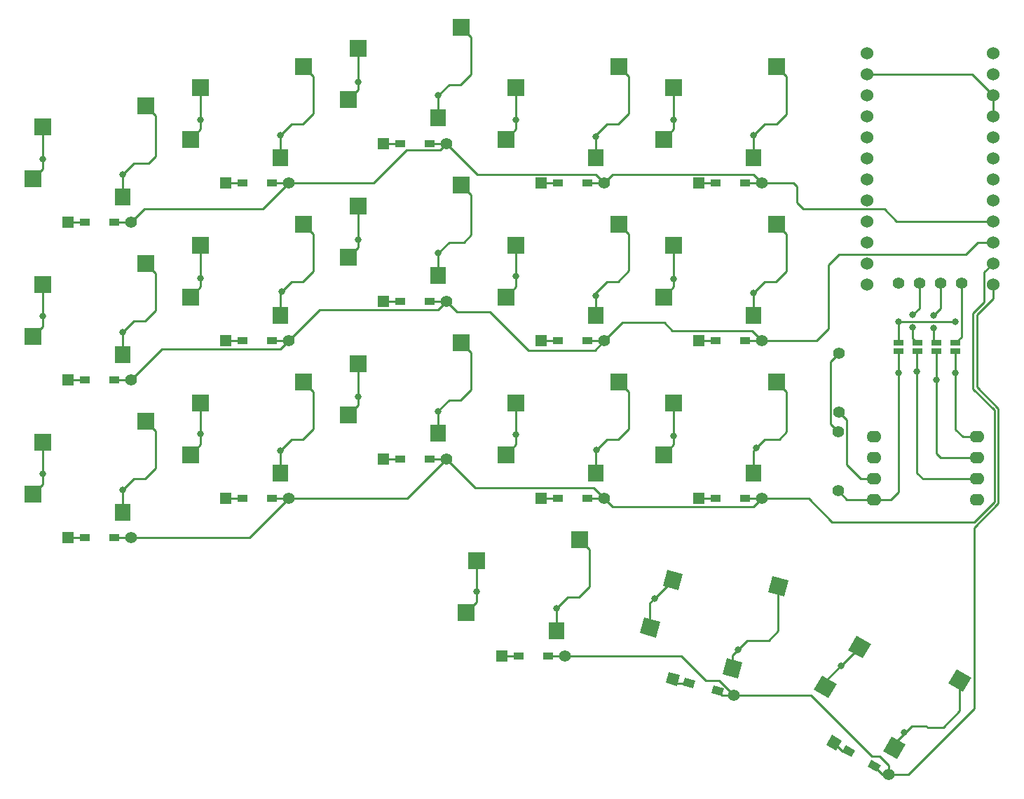
<source format=gbl>
G04 #@! TF.GenerationSoftware,KiCad,Pcbnew,(5.1.6-0-10_14)*
G04 #@! TF.CreationDate,2022-12-04T16:17:31+09:00*
G04 #@! TF.ProjectId,cool536_az-core,636f6f6c-3533-4365-9f61-7a2d636f7265,rev?*
G04 #@! TF.SameCoordinates,Original*
G04 #@! TF.FileFunction,Copper,L2,Bot*
G04 #@! TF.FilePolarity,Positive*
%FSLAX46Y46*%
G04 Gerber Fmt 4.6, Leading zero omitted, Abs format (unit mm)*
G04 Created by KiCad (PCBNEW (5.1.6-0-10_14)) date 2022-12-04 16:17:31*
%MOMM*%
%LPD*%
G01*
G04 APERTURE LIST*
G04 #@! TA.AperFunction,ComponentPad*
%ADD10O,1.778000X1.397000*%
G04 #@! TD*
G04 #@! TA.AperFunction,SMDPad,CuDef*
%ADD11R,1.300000X0.950000*%
G04 #@! TD*
G04 #@! TA.AperFunction,ComponentPad*
%ADD12R,1.397000X1.397000*%
G04 #@! TD*
G04 #@! TA.AperFunction,ComponentPad*
%ADD13C,1.397000*%
G04 #@! TD*
G04 #@! TA.AperFunction,SMDPad,CuDef*
%ADD14C,0.100000*%
G04 #@! TD*
G04 #@! TA.AperFunction,ComponentPad*
%ADD15C,0.100000*%
G04 #@! TD*
G04 #@! TA.AperFunction,SMDPad,CuDef*
%ADD16R,2.000000X2.000000*%
G04 #@! TD*
G04 #@! TA.AperFunction,SMDPad,CuDef*
%ADD17R,1.900000X2.000000*%
G04 #@! TD*
G04 #@! TA.AperFunction,SMDPad,CuDef*
%ADD18R,1.143000X0.635000*%
G04 #@! TD*
G04 #@! TA.AperFunction,ComponentPad*
%ADD19C,1.524000*%
G04 #@! TD*
G04 #@! TA.AperFunction,ViaPad*
%ADD20C,0.800000*%
G04 #@! TD*
G04 #@! TA.AperFunction,Conductor*
%ADD21C,0.250000*%
G04 #@! TD*
G04 APERTURE END LIST*
D10*
X93560000Y-44384000D03*
X93560000Y-46924000D03*
X93560000Y-49464000D03*
X93560000Y-52004000D03*
X106006000Y-46924000D03*
X106006000Y-49464000D03*
X106006000Y-52004000D03*
X106006000Y-44384000D03*
D11*
X-1775000Y-18525000D03*
D12*
X-3810000Y-18525000D03*
D13*
X3810000Y-18525000D03*
D11*
X1775000Y-18525000D03*
X17275000Y-13762499D03*
D12*
X15240000Y-13762499D03*
D13*
X22860000Y-13762499D03*
D11*
X20825000Y-13762499D03*
X39875000Y-9000000D03*
D13*
X41910000Y-9000000D03*
D12*
X34290000Y-9000000D03*
D11*
X36325000Y-9000000D03*
X58925000Y-13762499D03*
D13*
X60960000Y-13762499D03*
D12*
X53340000Y-13762499D03*
D11*
X55375000Y-13762499D03*
X74425000Y-13762499D03*
D12*
X72390000Y-13762499D03*
D13*
X80010000Y-13762499D03*
D11*
X77975000Y-13762499D03*
X1775000Y-37575000D03*
D13*
X3810000Y-37575000D03*
D12*
X-3810000Y-37575000D03*
D11*
X-1775000Y-37575000D03*
X20825000Y-32812500D03*
D13*
X22860000Y-32812500D03*
D12*
X15240000Y-32812500D03*
D11*
X17275000Y-32812500D03*
X39875000Y-28050000D03*
D13*
X41910000Y-28050000D03*
D12*
X34290000Y-28050000D03*
D11*
X36325000Y-28050000D03*
X58925000Y-32812500D03*
D13*
X60960000Y-32812500D03*
D12*
X53340000Y-32812500D03*
D11*
X55375000Y-32812500D03*
X74425000Y-32812500D03*
D12*
X72390000Y-32812500D03*
D13*
X80010000Y-32812500D03*
D11*
X77975000Y-32812500D03*
X1775000Y-56625000D03*
D13*
X3810000Y-56625000D03*
D12*
X-3810000Y-56625000D03*
D11*
X-1775000Y-56625000D03*
X20825000Y-51862500D03*
D13*
X22860000Y-51862500D03*
D12*
X15240000Y-51862500D03*
D11*
X17275000Y-51862500D03*
X36325000Y-47100000D03*
D12*
X34290000Y-47100000D03*
D13*
X41910000Y-47100000D03*
D11*
X39875000Y-47100000D03*
X55375000Y-51862500D03*
D12*
X53340000Y-51862500D03*
D13*
X60960000Y-51862500D03*
D11*
X58925000Y-51862500D03*
X74425000Y-51862500D03*
D12*
X72390000Y-51862500D03*
D13*
X80010000Y-51862500D03*
D11*
X77975000Y-51862500D03*
X54162500Y-70912500D03*
D13*
X56197500Y-70912500D03*
D12*
X48577500Y-70912500D03*
D11*
X50612500Y-70912500D03*
G04 #@! TA.AperFunction,SMDPad,CuDef*
D14*
G36*
X70447396Y-74477497D02*
G01*
X70693274Y-73559868D01*
X71948978Y-73896333D01*
X71703100Y-74813962D01*
X70447396Y-74477497D01*
G37*
G04 #@! TD.AperFunction*
G04 #@! TA.AperFunction,ComponentPad*
D15*
G36*
X68377044Y-74154132D02*
G01*
X68738614Y-72804734D01*
X70088012Y-73166304D01*
X69726442Y-74515702D01*
X68377044Y-74154132D01*
G37*
G04 #@! TD.AperFunction*
D13*
X76592882Y-75632420D03*
G04 #@! TA.AperFunction,SMDPad,CuDef*
D14*
G36*
X73876432Y-75396305D02*
G01*
X74122310Y-74478676D01*
X75378014Y-74815141D01*
X75132136Y-75732770D01*
X73876432Y-75396305D01*
G37*
G04 #@! TD.AperFunction*
G04 #@! TA.AperFunction,SMDPad,CuDef*
G36*
X89670552Y-82463854D02*
G01*
X90145552Y-81641130D01*
X91271386Y-82291130D01*
X90796386Y-83113854D01*
X89670552Y-82463854D01*
G37*
G04 #@! TD.AperFunction*
G04 #@! TA.AperFunction,ComponentPad*
D15*
G36*
X87754438Y-81615661D02*
G01*
X88452938Y-80405823D01*
X89662776Y-81104323D01*
X88964276Y-82314161D01*
X87754438Y-81615661D01*
G37*
G04 #@! TD.AperFunction*
D13*
X95307721Y-85169992D03*
G04 #@! TA.AperFunction,SMDPad,CuDef*
D14*
G36*
X92744942Y-84238854D02*
G01*
X93219942Y-83416130D01*
X94345776Y-84066130D01*
X93870776Y-84888854D01*
X92744942Y-84238854D01*
G37*
G04 #@! TD.AperFunction*
D13*
X96490000Y-25840000D03*
X99030000Y-25840000D03*
X101570000Y-25840000D03*
X104110000Y-25840000D03*
X89190000Y-50926000D03*
X89190000Y-43814000D03*
X89270000Y-34284000D03*
X89270000Y-41396000D03*
D16*
X5600000Y-4445000D03*
X-6900000Y-6985000D03*
D17*
X2800000Y-15425000D03*
D16*
X-8100000Y-13225000D03*
X10950000Y-8462499D03*
D17*
X21850000Y-10662499D03*
D16*
X12150000Y-2222499D03*
X24650000Y317501D03*
X43700000Y5080000D03*
X31200000Y2540000D03*
D17*
X40900000Y-5900000D03*
D16*
X30000000Y-3700000D03*
X49050000Y-8462499D03*
D17*
X59950000Y-10662499D03*
D16*
X50250000Y-2222499D03*
X62750000Y317501D03*
X81800000Y317501D03*
X69300000Y-2222499D03*
D17*
X79000000Y-10662499D03*
D16*
X68100000Y-8462499D03*
X5600000Y-23495000D03*
X-6900000Y-26035000D03*
D17*
X2800000Y-34475000D03*
D16*
X-8100000Y-32275000D03*
X10950000Y-27512500D03*
D17*
X21850000Y-29712500D03*
D16*
X12150000Y-21272500D03*
X24650000Y-18732500D03*
X30000000Y-22750000D03*
D17*
X40900000Y-24950000D03*
D16*
X31200000Y-16510000D03*
X43700000Y-13970000D03*
X49050000Y-27512500D03*
D17*
X59950000Y-29712500D03*
D16*
X50250000Y-21272500D03*
X62750000Y-18732500D03*
X81800000Y-18732500D03*
X69300000Y-21272500D03*
D17*
X79000000Y-29712500D03*
D16*
X68100000Y-27512500D03*
X-8100000Y-51325000D03*
D17*
X2800000Y-53525000D03*
D16*
X-6900000Y-45085000D03*
X5600000Y-42545000D03*
X10950000Y-46562500D03*
D17*
X21850000Y-48762500D03*
D16*
X12150000Y-40322500D03*
X24650000Y-37782500D03*
X30000000Y-41800000D03*
D17*
X40900000Y-44000000D03*
D16*
X31200000Y-35560000D03*
X43700000Y-33020000D03*
X49050000Y-46562500D03*
D17*
X59950000Y-48762500D03*
D16*
X50250000Y-40322500D03*
X62750000Y-37782500D03*
X81800000Y-37782500D03*
X69300000Y-40322500D03*
D17*
X79000000Y-48762500D03*
D16*
X68100000Y-46562500D03*
X57987500Y-56832500D03*
X45487500Y-59372500D03*
D17*
X55187500Y-67812500D03*
D16*
X44287500Y-65612500D03*
G04 #@! TA.AperFunction,SMDPad,CuDef*
D14*
G36*
X83190806Y-61788363D02*
G01*
X82673168Y-63720215D01*
X80741316Y-63202577D01*
X81258954Y-61270725D01*
X83190806Y-61788363D01*
G37*
G04 #@! TD.AperFunction*
G04 #@! TA.AperFunction,SMDPad,CuDef*
G36*
X70459333Y-61006577D02*
G01*
X69941695Y-62938429D01*
X68009843Y-62420791D01*
X68527481Y-60488939D01*
X70459333Y-61006577D01*
G37*
G04 #@! TD.AperFunction*
G04 #@! TA.AperFunction,SMDPad,CuDef*
G36*
X77596085Y-71656595D02*
G01*
X77078446Y-73588447D01*
X75243187Y-73096691D01*
X75760826Y-71164839D01*
X77596085Y-71656595D01*
G37*
G04 #@! TD.AperFunction*
G04 #@! TA.AperFunction,SMDPad,CuDef*
G36*
X67685191Y-66723371D02*
G01*
X67167553Y-68655223D01*
X65235701Y-68137585D01*
X65753339Y-66205733D01*
X67685191Y-66723371D01*
G37*
G04 #@! TD.AperFunction*
G04 #@! TA.AperFunction,SMDPad,CuDef*
G36*
X105263930Y-73505330D02*
G01*
X104263930Y-75237380D01*
X102531880Y-74237380D01*
X103531880Y-72505330D01*
X105263930Y-73505330D01*
G37*
G04 #@! TD.AperFunction*
G04 #@! TA.AperFunction,SMDPad,CuDef*
G36*
X93168613Y-69455034D02*
G01*
X92168613Y-71187084D01*
X90436563Y-70187084D01*
X91436563Y-68455034D01*
X93168613Y-69455034D01*
G37*
G04 #@! TD.AperFunction*
G04 #@! TA.AperFunction,SMDPad,CuDef*
G36*
X97305758Y-81589289D02*
G01*
X96305758Y-83321339D01*
X94660310Y-82371339D01*
X95660310Y-80639289D01*
X97305758Y-81589289D01*
G37*
G04 #@! TD.AperFunction*
G04 #@! TA.AperFunction,SMDPad,CuDef*
G36*
X89009382Y-74259033D02*
G01*
X88009382Y-75991083D01*
X86277332Y-74991083D01*
X87277332Y-73259033D01*
X89009382Y-74259033D01*
G37*
G04 #@! TD.AperFunction*
D18*
X96460000Y-33069620D03*
X96460000Y-34070380D03*
X98770000Y-34070380D03*
X98770000Y-33069620D03*
X101080000Y-33039620D03*
X101080000Y-34040380D03*
X103390000Y-34060380D03*
X103390000Y-33059620D03*
D19*
X107901400Y1958000D03*
X107901400Y-582000D03*
X107901400Y-3122000D03*
X107901400Y-5662000D03*
X107901400Y-8202000D03*
X107901400Y-10742000D03*
X107901400Y-13282000D03*
X107901400Y-15822000D03*
X107901400Y-18362000D03*
X107901400Y-20902000D03*
X107901400Y-23442000D03*
X107901400Y-25982000D03*
X92681400Y-25982000D03*
X92681400Y-23442000D03*
X92681400Y-20902000D03*
X92681400Y-18362000D03*
X92681400Y-15822000D03*
X92681400Y-13282000D03*
X92681400Y-10742000D03*
X92681400Y-8202000D03*
X92681400Y-5662000D03*
X92681400Y-3122000D03*
X92681400Y-582000D03*
X92681400Y1958000D03*
D20*
X2800000Y-12723998D03*
X21850000Y-7961497D03*
X40900000Y-3198998D03*
X59950000Y-8120000D03*
X79000000Y-7961497D03*
X2800000Y-31773998D03*
X21960749Y-26900749D03*
X40900000Y-22248998D03*
X59950000Y-27340000D03*
X79000000Y-27011498D03*
X2800000Y-50823998D03*
X21850000Y-46061498D03*
X40900000Y-41370000D03*
X60020749Y-45990749D03*
X79274474Y-45724433D03*
X55187500Y-65111498D03*
X77072041Y-70162041D03*
X97169816Y-80124744D03*
X103390000Y-36690000D03*
X101080000Y-37540000D03*
X98740000Y-36550000D03*
X96460000Y-36690000D03*
X-6900000Y-48920000D03*
X-6900000Y-29830000D03*
X-6900000Y-10830000D03*
X12150000Y-44030000D03*
X12150000Y-25260000D03*
X12150000Y-6160000D03*
X45487500Y-63082500D03*
X31200000Y-39530000D03*
X31200000Y-20610000D03*
X31200000Y-1540000D03*
X67009136Y-63939136D03*
X50250000Y-44160000D03*
X50250000Y-25020000D03*
X50250000Y-6140000D03*
X89536823Y-72086823D03*
X69300000Y-44330000D03*
X69300000Y-25350000D03*
X69300000Y-6140000D03*
X96480000Y-30490000D03*
X103360000Y-30530000D03*
X98230000Y-29690000D03*
X98230000Y-31215000D03*
X100750000Y-29730000D03*
X100750000Y-31310000D03*
D21*
X2800000Y-12723998D02*
X2800000Y-15425000D01*
X5876001Y-11399999D02*
X4123999Y-11399999D01*
X6775001Y-10500999D02*
X5876001Y-11399999D01*
X4123999Y-11399999D02*
X2800000Y-12723998D01*
X6775001Y-5620001D02*
X6775001Y-10500999D01*
X5600000Y-4445000D02*
X6775001Y-5620001D01*
X-1775000Y-18525000D02*
X-3810000Y-18525000D01*
X21850000Y-7961497D02*
X21850000Y-10662499D01*
X23173999Y-6637498D02*
X21850000Y-7961497D01*
X24562003Y-6637498D02*
X23173999Y-6637498D01*
X25825001Y-5374500D02*
X24562003Y-6637498D01*
X25825001Y-857500D02*
X25825001Y-5374500D01*
X24650000Y317501D02*
X25825001Y-857500D01*
X17275000Y-13762499D02*
X15240000Y-13762499D01*
X40900000Y-3198998D02*
X40900000Y-5900000D01*
X42223999Y-1874999D02*
X40900000Y-3198998D01*
X43612003Y-1874999D02*
X42223999Y-1874999D01*
X44875001Y3904999D02*
X44875001Y-612001D01*
X44875001Y-612001D02*
X43612003Y-1874999D01*
X43700000Y5080000D02*
X44875001Y3904999D01*
X36325000Y-9000000D02*
X34290000Y-9000000D01*
X61273999Y-6637498D02*
X59950000Y-7961497D01*
X62662003Y-6637498D02*
X61273999Y-6637498D01*
X63925001Y-5374500D02*
X62662003Y-6637498D01*
X63925001Y-857500D02*
X63925001Y-5374500D01*
X62750000Y317501D02*
X63925001Y-857500D01*
X59950000Y-8120000D02*
X59950000Y-10662499D01*
X59950000Y-7961497D02*
X59950000Y-8120000D01*
X55375000Y-13762499D02*
X53340000Y-13762499D01*
X79000000Y-7961497D02*
X79000000Y-10662499D01*
X80323999Y-6637498D02*
X79000000Y-7961497D01*
X82975001Y-5444999D02*
X81782502Y-6637498D01*
X81782502Y-6637498D02*
X80323999Y-6637498D01*
X82975001Y-857500D02*
X82975001Y-5444999D01*
X81800000Y317501D02*
X82975001Y-857500D01*
X74425000Y-13762499D02*
X72390000Y-13762499D01*
X4123999Y-30449999D02*
X2800000Y-31773998D01*
X5512003Y-30449999D02*
X4123999Y-30449999D01*
X6775001Y-29187001D02*
X5512003Y-30449999D01*
X2800000Y-31773998D02*
X2800000Y-34475000D01*
X6775001Y-24670001D02*
X6775001Y-29187001D01*
X5600000Y-23495000D02*
X6775001Y-24670001D01*
X-3810000Y-37575000D02*
X-1775000Y-37575000D01*
X21850000Y-27011498D02*
X21850000Y-29712500D01*
X24562003Y-25687499D02*
X23173999Y-25687499D01*
X25825001Y-24424501D02*
X24562003Y-25687499D01*
X25825001Y-19907501D02*
X25825001Y-24424501D01*
X24650000Y-18732500D02*
X25825001Y-19907501D01*
X21960749Y-26900749D02*
X21850000Y-27011498D01*
X23173999Y-25687499D02*
X21960749Y-26900749D01*
X15240000Y-32812500D02*
X17275000Y-32812500D01*
X42223999Y-20924999D02*
X40900000Y-22248998D01*
X43976001Y-20924999D02*
X42223999Y-20924999D01*
X44875001Y-20025999D02*
X43976001Y-20924999D01*
X44875001Y-15145001D02*
X44875001Y-20025999D01*
X40900000Y-22248998D02*
X40900000Y-24950000D01*
X43700000Y-13970000D02*
X44875001Y-15145001D01*
X34290000Y-28050000D02*
X36325000Y-28050000D01*
X61273999Y-25687499D02*
X59950000Y-27011498D01*
X62602501Y-25687499D02*
X61273999Y-25687499D01*
X63925001Y-24364999D02*
X62602501Y-25687499D01*
X63925001Y-19907501D02*
X63925001Y-24364999D01*
X62750000Y-18732500D02*
X63925001Y-19907501D01*
X59950000Y-27340000D02*
X59950000Y-29712500D01*
X59950000Y-27011498D02*
X59950000Y-27340000D01*
X53340000Y-32812500D02*
X53482500Y-32812500D01*
X53340000Y-32812500D02*
X55375000Y-32812500D01*
X79000000Y-27011498D02*
X79000000Y-29712500D01*
X81712003Y-25687499D02*
X80323999Y-25687499D01*
X80323999Y-25687499D02*
X79000000Y-27011498D01*
X82975001Y-24424501D02*
X81712003Y-25687499D01*
X82975001Y-19907501D02*
X82975001Y-24424501D01*
X81800000Y-18732500D02*
X82975001Y-19907501D01*
X72390000Y-32812500D02*
X74425000Y-32812500D01*
X4123999Y-49499999D02*
X2800000Y-50823998D01*
X5512003Y-49499999D02*
X4123999Y-49499999D01*
X6775001Y-48237001D02*
X5512003Y-49499999D01*
X6775001Y-43720001D02*
X6775001Y-48237001D01*
X2800000Y-50823998D02*
X2800000Y-53525000D01*
X5600000Y-42545000D02*
X6775001Y-43720001D01*
X-1775000Y-56625000D02*
X-3810000Y-56625000D01*
X21850000Y-46061498D02*
X21850000Y-48762500D01*
X23173999Y-44737499D02*
X21850000Y-46061498D01*
X24562003Y-44737499D02*
X23173999Y-44737499D01*
X25825001Y-38957501D02*
X25825001Y-43474501D01*
X25825001Y-43474501D02*
X24562003Y-44737499D01*
X24650000Y-37782500D02*
X25825001Y-38957501D01*
X17275000Y-51862500D02*
X15240000Y-51862500D01*
X42223999Y-39974999D02*
X40900000Y-41298998D01*
X43612003Y-39974999D02*
X42223999Y-39974999D01*
X44875001Y-38712001D02*
X43612003Y-39974999D01*
X44875001Y-34195001D02*
X44875001Y-38712001D01*
X43700000Y-33020000D02*
X44875001Y-34195001D01*
X40900000Y-41370000D02*
X40900000Y-44000000D01*
X40900000Y-41298998D02*
X40900000Y-41370000D01*
X36325000Y-47100000D02*
X34290000Y-47100000D01*
X59950000Y-46061498D02*
X59950000Y-48762500D01*
X62662003Y-44737499D02*
X61273999Y-44737499D01*
X63925001Y-43474501D02*
X62662003Y-44737499D01*
X63925001Y-38957501D02*
X63925001Y-43474501D01*
X62750000Y-37782500D02*
X63925001Y-38957501D01*
X60020749Y-45990749D02*
X59950000Y-46061498D01*
X61273999Y-44737499D02*
X60020749Y-45990749D01*
X55375000Y-51862500D02*
X53340000Y-51862500D01*
X79000000Y-46061498D02*
X79000000Y-48762500D01*
X80323999Y-44737499D02*
X79000000Y-46061498D01*
X82076001Y-44737499D02*
X80323999Y-44737499D01*
X82975001Y-43838499D02*
X82076001Y-44737499D01*
X82975001Y-38957501D02*
X82975001Y-43838499D01*
X81800000Y-37782500D02*
X82975001Y-38957501D01*
X74425000Y-51862500D02*
X72390000Y-51862500D01*
X55187500Y-65111498D02*
X55187500Y-67812500D01*
X57899503Y-63787499D02*
X56511499Y-63787499D01*
X59162501Y-62524501D02*
X57899503Y-63787499D01*
X59162501Y-58007501D02*
X59162501Y-62524501D01*
X56511499Y-63787499D02*
X55187500Y-65111498D01*
X57987500Y-56832500D02*
X59162501Y-58007501D01*
X50612500Y-70912500D02*
X48577500Y-70912500D01*
X76689002Y-72646009D02*
X76419636Y-72376643D01*
X76419636Y-70814445D02*
X76419636Y-72376643D01*
X80822155Y-68996007D02*
X78238074Y-68996007D01*
X81966061Y-67852101D02*
X80822155Y-68996007D01*
X81966061Y-62495470D02*
X81966061Y-67852101D01*
X77072041Y-70162041D02*
X76419636Y-70814445D01*
X78238074Y-68996007D02*
X77072041Y-70162041D01*
X69759225Y-74186915D02*
X69232528Y-73660218D01*
X71198187Y-74186915D02*
X69759225Y-74186915D01*
X98112289Y-79350057D02*
X95983034Y-81479312D01*
X99864291Y-79350057D02*
X98112289Y-79350057D01*
X101883304Y-79495765D02*
X100009999Y-79495765D01*
X95983034Y-81479312D02*
X95983034Y-81980314D01*
X103897905Y-77481164D02*
X101883304Y-79495765D01*
X100009999Y-79495765D02*
X99864291Y-79350057D01*
X103897905Y-73871355D02*
X103897905Y-77481164D01*
X89726107Y-82377492D02*
X88708607Y-81359992D01*
X90470969Y-82377492D02*
X89726107Y-82377492D01*
X19715000Y-16907499D02*
X22860000Y-13762499D01*
X5427501Y-16907499D02*
X19715000Y-16907499D01*
X3810000Y-18525000D02*
X5427501Y-16907499D01*
X41109999Y-9800001D02*
X41910000Y-9000000D01*
X33066499Y-13762499D02*
X37028997Y-9800001D01*
X37028997Y-9800001D02*
X41109999Y-9800001D01*
X22860000Y-13762499D02*
X33066499Y-13762499D01*
X59936499Y-12738998D02*
X60960000Y-13762499D01*
X45648998Y-12738998D02*
X59936499Y-12738998D01*
X41910000Y-9000000D02*
X45648998Y-12738998D01*
X78986499Y-12738998D02*
X80010000Y-13762499D01*
X61983501Y-12738998D02*
X78986499Y-12738998D01*
X60960000Y-13762499D02*
X61983501Y-12738998D01*
X80010000Y-13762499D02*
X77975000Y-13762499D01*
X60960000Y-13762499D02*
X58925000Y-13762499D01*
X41910000Y-9000000D02*
X39875000Y-9000000D01*
X22860000Y-13762499D02*
X20825000Y-13762499D01*
X3810000Y-18525000D02*
X1775000Y-18525000D01*
X96282000Y-18362000D02*
X96812000Y-18362000D01*
X85010999Y-16909001D02*
X94829001Y-16909001D01*
X96812000Y-18362000D02*
X107901400Y-18362000D01*
X84210000Y-16108002D02*
X85010999Y-16909001D01*
X84210000Y-14200000D02*
X84210000Y-16108002D01*
X83772499Y-13762499D02*
X84210000Y-14200000D01*
X94829001Y-16909001D02*
X96282000Y-18362000D01*
X80010000Y-13762499D02*
X83772499Y-13762499D01*
X80010000Y-32812500D02*
X78787500Y-31590000D01*
X78787500Y-31590000D02*
X69170000Y-31590000D01*
X69170000Y-31590000D02*
X68190000Y-30610000D01*
X63162500Y-30610000D02*
X60960000Y-32812500D01*
X68190000Y-30610000D02*
X63162500Y-30610000D01*
X26598999Y-29073501D02*
X22860000Y-32812500D01*
X40886499Y-29073501D02*
X26598999Y-29073501D01*
X41910000Y-28050000D02*
X40886499Y-29073501D01*
X7548999Y-33836001D02*
X3810000Y-37575000D01*
X21836499Y-33836001D02*
X7548999Y-33836001D01*
X22860000Y-32812500D02*
X21836499Y-33836001D01*
X1775000Y-37575000D02*
X3810000Y-37575000D01*
X20825000Y-32812500D02*
X22860000Y-32812500D01*
X39875000Y-28050000D02*
X41910000Y-28050000D01*
X77975000Y-32812500D02*
X80010000Y-32812500D01*
X86597500Y-32812500D02*
X80010000Y-32812500D01*
X88020000Y-31390000D02*
X86597500Y-32812500D01*
X104615001Y-22354999D02*
X89285001Y-22354999D01*
X106068000Y-20902000D02*
X104615001Y-22354999D01*
X88020000Y-23620000D02*
X88020000Y-31390000D01*
X89285001Y-22354999D02*
X88020000Y-23620000D01*
X107901400Y-20902000D02*
X106068000Y-20902000D01*
X43197501Y-29337501D02*
X41910000Y-28050000D01*
X47147501Y-29337501D02*
X43197501Y-29337501D01*
X51760000Y-33950000D02*
X47147501Y-29337501D01*
X59822500Y-33950000D02*
X51760000Y-33950000D01*
X60960000Y-32812500D02*
X59822500Y-33950000D01*
X58925000Y-32812500D02*
X60960000Y-32812500D01*
X18097500Y-56625000D02*
X22860000Y-51862500D01*
X3810000Y-56625000D02*
X18097500Y-56625000D01*
X37147500Y-51862500D02*
X41910000Y-47100000D01*
X22860000Y-51862500D02*
X37147500Y-51862500D01*
X45397501Y-50587501D02*
X59685001Y-50587501D01*
X59685001Y-50587501D02*
X60960000Y-51862500D01*
X41910000Y-47100000D02*
X45397501Y-50587501D01*
X78986499Y-52886001D02*
X80010000Y-51862500D01*
X61983501Y-52886001D02*
X78986499Y-52886001D01*
X60960000Y-51862500D02*
X61983501Y-52886001D01*
X80010000Y-51862500D02*
X77975000Y-51862500D01*
X60960000Y-51862500D02*
X58925000Y-51862500D01*
X41910000Y-47100000D02*
X39875000Y-47100000D01*
X22860000Y-51862500D02*
X20825000Y-51862500D01*
X3810000Y-56625000D02*
X1775000Y-56625000D01*
X106814399Y-28169191D02*
X106814399Y-24529001D01*
X106814399Y-24529001D02*
X107901400Y-23442000D01*
X108109990Y-41196400D02*
X105509991Y-38596401D01*
X108109990Y-52260010D02*
X108109990Y-41196400D01*
X105509990Y-29473600D02*
X106814399Y-28169191D01*
X105670000Y-54700000D02*
X108109990Y-52260010D01*
X105509990Y-37629990D02*
X105509990Y-29473600D01*
X88490000Y-54700000D02*
X105670000Y-54700000D01*
X85652500Y-51862500D02*
X88490000Y-54700000D01*
X105509991Y-38596401D02*
X105509990Y-37629990D01*
X80010000Y-51862500D02*
X85652500Y-51862500D01*
X70274593Y-70912500D02*
X73182093Y-73820000D01*
X56197500Y-70912500D02*
X70274593Y-70912500D01*
X74780462Y-73820000D02*
X76592882Y-75632420D01*
X73182093Y-73820000D02*
X74780462Y-73820000D01*
X75153920Y-75632420D02*
X74627223Y-75105723D01*
X76592882Y-75632420D02*
X75153920Y-75632420D01*
X85909267Y-75632420D02*
X93296847Y-83020000D01*
X76592882Y-75632420D02*
X85909267Y-75632420D01*
X93296847Y-83020000D02*
X94210000Y-83020000D01*
X95307721Y-84117721D02*
X95307721Y-85169992D01*
X94210000Y-83020000D02*
X95307721Y-84117721D01*
X94562859Y-85169992D02*
X93545359Y-84152492D01*
X95307721Y-85169992D02*
X94562859Y-85169992D01*
X56197500Y-70912500D02*
X54162500Y-70912500D01*
X97694358Y-85169992D02*
X95307721Y-85169992D01*
X105640000Y-77224350D02*
X97694358Y-85169992D01*
X105960000Y-38410000D02*
X108560000Y-41010000D01*
X108560000Y-41010000D02*
X108559999Y-52446411D01*
X105640000Y-55366410D02*
X105640000Y-77224350D01*
X108559999Y-52446411D02*
X105640000Y-55366410D01*
X105960000Y-29660000D02*
X105960000Y-38410000D01*
X107901400Y-27718600D02*
X105960000Y-29660000D01*
X107901400Y-25982000D02*
X107901400Y-27718600D01*
X106006000Y-44384000D02*
X104246000Y-44384000D01*
X104246000Y-44384000D02*
X103390000Y-43528000D01*
X103390000Y-36690000D02*
X103390000Y-34060380D01*
X103390000Y-43528000D02*
X103390000Y-36690000D01*
X101614000Y-46924000D02*
X106006000Y-46924000D01*
X101080000Y-46390000D02*
X101614000Y-46924000D01*
X101080000Y-37540000D02*
X101080000Y-46390000D01*
X101080000Y-34040380D02*
X101080000Y-37540000D01*
X91894000Y-49464000D02*
X93560000Y-49464000D01*
X90213501Y-47783501D02*
X91894000Y-49464000D01*
X106006000Y-49464000D02*
X99424000Y-49464000D01*
X99424000Y-49464000D02*
X98740000Y-48780000D01*
X98740000Y-34100380D02*
X98770000Y-34070380D01*
X98740000Y-36550000D02*
X98740000Y-34100380D01*
X98740000Y-48780000D02*
X98740000Y-36550000D01*
X90213501Y-42339501D02*
X90213501Y-47783501D01*
X89270000Y-41396000D02*
X90213501Y-42339501D01*
X95556000Y-52004000D02*
X93560000Y-52004000D01*
X96460000Y-51100000D02*
X95556000Y-52004000D01*
X90268000Y-52004000D02*
X89190000Y-50926000D01*
X93560000Y-52004000D02*
X90268000Y-52004000D01*
X96460000Y-36690000D02*
X96460000Y-51100000D01*
X96460000Y-34070380D02*
X96460000Y-36690000D01*
X88246499Y-35307501D02*
X89270000Y-34284000D01*
X88246499Y-42870499D02*
X88246499Y-35307501D01*
X89190000Y-43814000D02*
X88246499Y-42870499D01*
X-6900000Y-50125000D02*
X-8100000Y-51325000D01*
X-6900000Y-31075000D02*
X-8100000Y-32275000D01*
X-6900000Y-12025000D02*
X-8100000Y-13225000D01*
X-6900000Y-48920000D02*
X-6900000Y-50125000D01*
X-6900000Y-45085000D02*
X-6900000Y-48920000D01*
X-6900000Y-29830000D02*
X-6900000Y-31075000D01*
X-6900000Y-26035000D02*
X-6900000Y-29830000D01*
X-6900000Y-10830000D02*
X-6900000Y-12025000D01*
X-6900000Y-6985000D02*
X-6900000Y-10830000D01*
X12150000Y-45362500D02*
X10950000Y-46562500D01*
X12150000Y-26312500D02*
X10950000Y-27512500D01*
X12150000Y-7262499D02*
X10950000Y-8462499D01*
X12150000Y-44030000D02*
X12150000Y-45362500D01*
X12150000Y-40322500D02*
X12150000Y-44030000D01*
X12150000Y-25260000D02*
X12150000Y-26312500D01*
X12150000Y-21272500D02*
X12150000Y-25260000D01*
X12150000Y-2222499D02*
X12150000Y-6160000D01*
X12150000Y-6160000D02*
X12150000Y-7262499D01*
X45487500Y-64412500D02*
X44287500Y-65612500D01*
X31200000Y-40600000D02*
X30000000Y-41800000D01*
X31200000Y-21550000D02*
X30000000Y-22750000D01*
X31200000Y-2500000D02*
X30000000Y-3700000D01*
X45487500Y-63082500D02*
X45487500Y-64412500D01*
X45487500Y-59372500D02*
X45487500Y-63082500D01*
X31200000Y-35560000D02*
X31200000Y-39530000D01*
X31200000Y-39530000D02*
X31200000Y-40600000D01*
X31200000Y-20610000D02*
X31200000Y-21550000D01*
X31200000Y-16510000D02*
X31200000Y-20610000D01*
X31200000Y-1540000D02*
X31200000Y-2500000D01*
X31200000Y2540000D02*
X31200000Y-1540000D01*
X66460446Y-64487826D02*
X66460446Y-67430478D01*
X50250000Y-45362500D02*
X49050000Y-46562500D01*
X50250000Y-26312500D02*
X49050000Y-27512500D01*
X50250000Y-7262499D02*
X49050000Y-8462499D01*
X67009136Y-63939136D02*
X66460446Y-64487826D01*
X69234588Y-61713684D02*
X67009136Y-63939136D01*
X50250000Y-44160000D02*
X50250000Y-45362500D01*
X50250000Y-40322500D02*
X50250000Y-44160000D01*
X50250000Y-25020000D02*
X50250000Y-26312500D01*
X50250000Y-21272500D02*
X50250000Y-25020000D01*
X50250000Y-2222499D02*
X50250000Y-6140000D01*
X50250000Y-6140000D02*
X50250000Y-7262499D01*
X87643357Y-73980290D02*
X87643357Y-74625058D01*
X69300000Y-45362500D02*
X68100000Y-46562500D01*
X69300000Y-26312500D02*
X68100000Y-27512500D01*
X69300000Y-7262499D02*
X68100000Y-8462499D01*
X89536823Y-72086823D02*
X87643357Y-73980290D01*
X91802588Y-69821059D02*
X89536823Y-72086823D01*
X69300000Y-44330000D02*
X69300000Y-45362500D01*
X69300000Y-40322500D02*
X69300000Y-44330000D01*
X69300000Y-21272500D02*
X69300000Y-25350000D01*
X69300000Y-25350000D02*
X69300000Y-26312500D01*
X69300000Y-6140000D02*
X69300000Y-7262499D01*
X69300000Y-2222499D02*
X69300000Y-6140000D01*
X105361400Y-582000D02*
X107901400Y-3122000D01*
X92681400Y-582000D02*
X105361400Y-582000D01*
X107901400Y-3122000D02*
X107901400Y-5662000D01*
X96480000Y-33049620D02*
X96460000Y-33069620D01*
X96480000Y-30490000D02*
X96480000Y-33049620D01*
X103320000Y-30490000D02*
X103360000Y-30530000D01*
X96480000Y-30490000D02*
X103320000Y-30490000D01*
X99030000Y-28890000D02*
X98230000Y-29690000D01*
X99030000Y-25840000D02*
X99030000Y-28890000D01*
X98230000Y-32529620D02*
X98770000Y-33069620D01*
X98230000Y-31215000D02*
X98230000Y-32529620D01*
X101570000Y-28910000D02*
X100750000Y-29730000D01*
X101570000Y-25840000D02*
X101570000Y-28910000D01*
X100750000Y-32709620D02*
X101080000Y-33039620D01*
X100750000Y-31310000D02*
X100750000Y-32709620D01*
X104110000Y-32339620D02*
X103390000Y-33059620D01*
X104110000Y-25840000D02*
X104110000Y-32339620D01*
M02*

</source>
